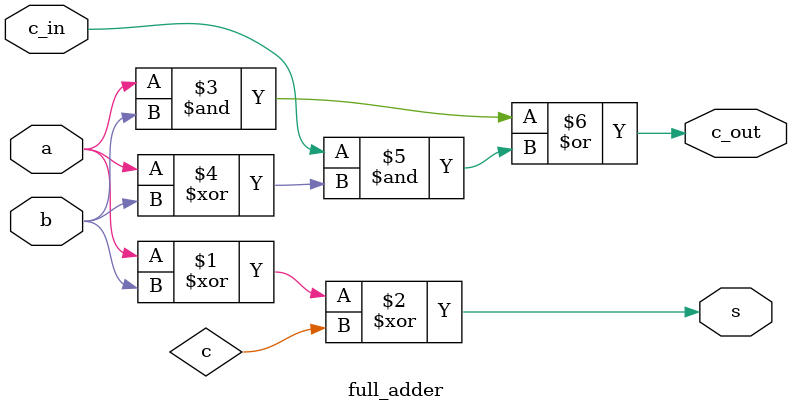
<source format=sv>
module full_adder (
    input  a, b, c_in,  // 'wire' implicitly
    output s, c_out     // 'wire' implicitly
);

    // s = a xor b xor c_in
    assign s = a ^ b ^ c;

    // c_out = (a and b) or (c_in and (a xor b))
    assign c_out = (a & b) | (c_in & (a ^ b));

endmodule // full_adder

</source>
